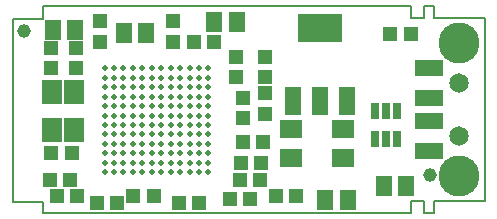
<source format=gbr>
%FSLAX25Y25*%
%MOIN*%
G04 EasyPC Gerber Version 18.0.8 Build 3632 *
%ADD111R,0.02962X0.05324*%
%ADD103R,0.04537X0.04931*%
%ADD98R,0.04734X0.04852*%
%ADD95R,0.04931X0.04537*%
%ADD101R,0.05400X0.09400*%
%ADD96R,0.05718X0.06506*%
%ADD108R,0.06506X0.08080*%
%ADD105R,0.09261X0.05324*%
%ADD102R,0.14773X0.09261*%
%ADD10C,0.00500*%
%ADD100C,0.01978*%
%ADD110C,0.04537*%
%ADD107C,0.06518*%
%ADD104R,0.04931X0.04537*%
%ADD97R,0.04852X0.04734*%
%ADD99R,0.04537X0.04931*%
%ADD106C,0.13655*%
%ADD109R,0.07687X0.06112*%
X0Y0D02*
D02*
D10*
X167322Y14305D02*
X164173D01*
Y18259*
X159803*
Y14305*
X37126*
Y17866*
X27003*
Y79126*
X37047*
Y83399*
X159763*
Y79401*
X164094*
Y83399*
X167322*
Y79165*
X184423*
Y18417*
X167322*
Y14305*
D02*
D95*
X41732Y20070D03*
X48425D03*
X99383Y19029D03*
X103911Y37927D03*
X106076Y19029D03*
X110604Y37927D03*
X152952Y74007D03*
X159645D03*
D02*
D96*
X40354Y75385D03*
X47834D03*
X64147Y74147D03*
X71628D03*
X94291Y77887D03*
X101771D03*
X131299Y18693D03*
X138779D03*
X150787Y23417D03*
X158267D03*
D02*
D97*
X56273Y71293D03*
Y78183D03*
X80486Y71293D03*
Y78183D03*
X101352Y59482D03*
Y66372D03*
X111194Y47474D03*
Y54364D03*
D02*
D98*
X39836Y34383D03*
X46726D03*
X54994Y17651D03*
X61883D03*
X82356D03*
X89246D03*
X114639Y20013D03*
X121529D03*
D02*
D99*
X103911Y45998D03*
Y52691D03*
D02*
D100*
X57651Y27887D03*
Y31037D03*
Y34187D03*
Y37336D03*
Y40486D03*
Y43635D03*
Y46785D03*
Y49935D03*
Y53084D03*
Y56234D03*
Y59383D03*
Y62533D03*
X60801Y27887D03*
Y31037D03*
Y34187D03*
Y37336D03*
Y40486D03*
Y43635D03*
Y46785D03*
Y49935D03*
Y53084D03*
Y56234D03*
Y59383D03*
Y62533D03*
X63950Y27887D03*
Y31037D03*
Y34187D03*
Y37336D03*
Y40486D03*
Y43635D03*
Y46785D03*
Y49935D03*
Y53084D03*
Y56234D03*
Y59383D03*
Y62533D03*
X67100Y27887D03*
Y31037D03*
Y34187D03*
Y37336D03*
Y40486D03*
Y43635D03*
Y46785D03*
Y49935D03*
Y53084D03*
Y56234D03*
Y59383D03*
Y62533D03*
X70250Y27887D03*
Y31037D03*
Y34187D03*
Y37336D03*
Y40486D03*
Y43635D03*
Y46785D03*
Y49935D03*
Y53084D03*
Y56234D03*
Y59383D03*
Y62533D03*
X73399Y27887D03*
Y31037D03*
Y34187D03*
Y37336D03*
Y40486D03*
Y43635D03*
Y46785D03*
Y49935D03*
Y53084D03*
Y56234D03*
Y59383D03*
Y62533D03*
X76549Y27887D03*
Y31037D03*
Y34187D03*
Y37336D03*
Y40486D03*
Y43635D03*
Y46785D03*
Y49935D03*
Y53084D03*
Y56234D03*
Y59383D03*
Y62533D03*
X79698Y27887D03*
Y31037D03*
Y34187D03*
Y37336D03*
Y40486D03*
Y43635D03*
Y46785D03*
Y49935D03*
Y53084D03*
Y56234D03*
Y59383D03*
Y62533D03*
X82848Y27887D03*
Y31037D03*
Y34187D03*
Y37336D03*
Y40486D03*
Y43635D03*
Y46785D03*
Y49935D03*
Y53084D03*
Y56234D03*
Y59383D03*
Y62533D03*
X85998Y27887D03*
Y31037D03*
Y34187D03*
Y37336D03*
Y40486D03*
Y43635D03*
Y46785D03*
Y49935D03*
Y53084D03*
Y56234D03*
Y59383D03*
Y62533D03*
X89147Y27887D03*
Y31037D03*
Y34187D03*
Y37336D03*
Y40486D03*
Y43635D03*
Y46785D03*
Y49935D03*
Y53084D03*
Y56234D03*
Y59383D03*
Y62533D03*
X92297Y27887D03*
Y31037D03*
Y34187D03*
Y37336D03*
Y40486D03*
Y43635D03*
Y46785D03*
Y49935D03*
Y53084D03*
Y56234D03*
Y59383D03*
Y62533D03*
D02*
D101*
X120402Y51711D03*
X129502D03*
X138602D03*
D02*
D102*
X129502Y76112D03*
D02*
D103*
X39344Y25328D03*
X46037D03*
X67297Y20013D03*
X73990D03*
X87572Y71391D03*
X94265D03*
X102730Y25328D03*
X103124Y31037D03*
X109423Y25328D03*
X109817Y31037D03*
D02*
D104*
X39935Y62730D03*
Y69423D03*
X48006Y62730D03*
Y69423D03*
X111194Y59777D03*
Y66470D03*
D02*
D105*
X165919Y35072D03*
Y44915D03*
Y52789D03*
Y62631D03*
D02*
D106*
X175761Y26805D03*
Y70899D03*
D02*
D107*
Y39946D03*
Y57757D03*
D02*
D108*
X40106Y42077D03*
Y54705D03*
X47383Y42077D03*
Y54705D03*
D02*
D109*
X119856Y32809D03*
Y42257D03*
X137179Y32809D03*
Y42257D03*
D02*
D110*
X30683Y74992D03*
X166023Y26960D03*
D02*
D111*
X147809Y39108D03*
Y48163D03*
X151549Y39108D03*
Y48163D03*
X155289Y39108D03*
Y48163D03*
X0Y0D02*
M02*

</source>
